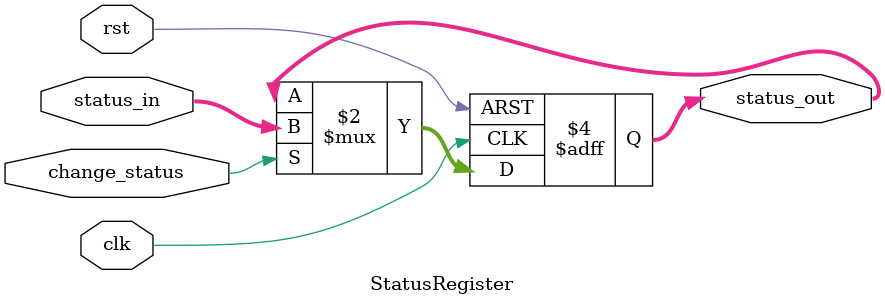
<source format=v>
module StatusRegister(input clk,rst,change_status,
                      input [3:0] status_in,
                      output reg [3:0] status_out);
  
  always@(negedge clk,posedge rst)begin
    if(rst)
	    status_out<=4'b0000;
    else if(change_status)
      status_out<=status_in;
  end
  
endmodule

</source>
